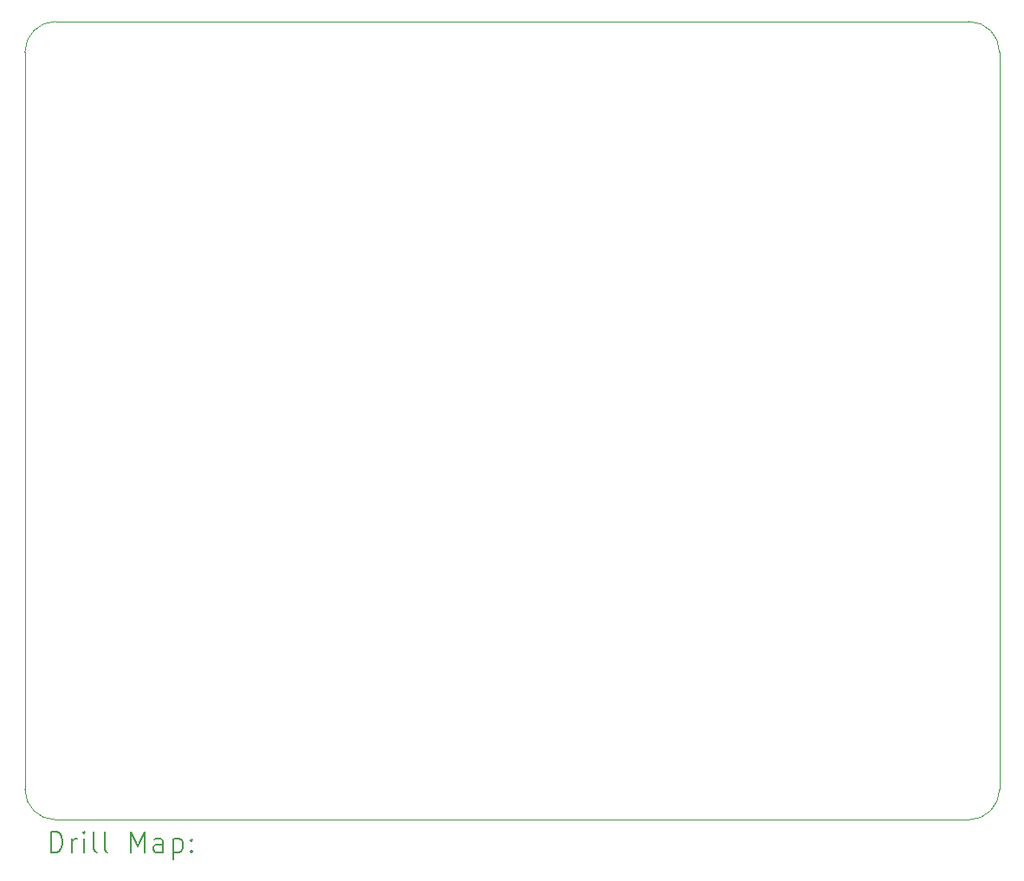
<source format=gbr>
%TF.GenerationSoftware,KiCad,Pcbnew,7.0.8*%
%TF.CreationDate,2023-12-13T08:54:31+01:00*%
%TF.ProjectId,MicroPython_DemoBoard,4d696372-6f50-4797-9468-6f6e5f44656d,rev?*%
%TF.SameCoordinates,Original*%
%TF.FileFunction,Drillmap*%
%TF.FilePolarity,Positive*%
%FSLAX45Y45*%
G04 Gerber Fmt 4.5, Leading zero omitted, Abs format (unit mm)*
G04 Created by KiCad (PCBNEW 7.0.8) date 2023-12-13 08:54:31*
%MOMM*%
%LPD*%
G01*
G04 APERTURE LIST*
%ADD10C,0.100000*%
%ADD11C,0.200000*%
G04 APERTURE END LIST*
D10*
X17018000Y-7793000D02*
X17018000Y-15003500D01*
X16718000Y-15303500D02*
X7793000Y-15303500D01*
X17018000Y-7793000D02*
G75*
G03*
X16718000Y-7493000I-300000J0D01*
G01*
X7493000Y-15003500D02*
G75*
G03*
X7793000Y-15303500I300000J0D01*
G01*
X16718000Y-15303500D02*
G75*
G03*
X17018000Y-15003500I0J300000D01*
G01*
X7793000Y-7493000D02*
G75*
G03*
X7493000Y-7793000I0J-300000D01*
G01*
X7793000Y-7493000D02*
X16718000Y-7493000D01*
X7493000Y-15003500D02*
X7493000Y-7793000D01*
D11*
X7748777Y-15619984D02*
X7748777Y-15419984D01*
X7748777Y-15419984D02*
X7796396Y-15419984D01*
X7796396Y-15419984D02*
X7824967Y-15429508D01*
X7824967Y-15429508D02*
X7844015Y-15448555D01*
X7844015Y-15448555D02*
X7853539Y-15467603D01*
X7853539Y-15467603D02*
X7863062Y-15505698D01*
X7863062Y-15505698D02*
X7863062Y-15534269D01*
X7863062Y-15534269D02*
X7853539Y-15572365D01*
X7853539Y-15572365D02*
X7844015Y-15591412D01*
X7844015Y-15591412D02*
X7824967Y-15610460D01*
X7824967Y-15610460D02*
X7796396Y-15619984D01*
X7796396Y-15619984D02*
X7748777Y-15619984D01*
X7948777Y-15619984D02*
X7948777Y-15486650D01*
X7948777Y-15524746D02*
X7958301Y-15505698D01*
X7958301Y-15505698D02*
X7967824Y-15496174D01*
X7967824Y-15496174D02*
X7986872Y-15486650D01*
X7986872Y-15486650D02*
X8005920Y-15486650D01*
X8072586Y-15619984D02*
X8072586Y-15486650D01*
X8072586Y-15419984D02*
X8063062Y-15429508D01*
X8063062Y-15429508D02*
X8072586Y-15439031D01*
X8072586Y-15439031D02*
X8082110Y-15429508D01*
X8082110Y-15429508D02*
X8072586Y-15419984D01*
X8072586Y-15419984D02*
X8072586Y-15439031D01*
X8196396Y-15619984D02*
X8177348Y-15610460D01*
X8177348Y-15610460D02*
X8167824Y-15591412D01*
X8167824Y-15591412D02*
X8167824Y-15419984D01*
X8301158Y-15619984D02*
X8282110Y-15610460D01*
X8282110Y-15610460D02*
X8272586Y-15591412D01*
X8272586Y-15591412D02*
X8272586Y-15419984D01*
X8529729Y-15619984D02*
X8529729Y-15419984D01*
X8529729Y-15419984D02*
X8596396Y-15562841D01*
X8596396Y-15562841D02*
X8663063Y-15419984D01*
X8663063Y-15419984D02*
X8663063Y-15619984D01*
X8844015Y-15619984D02*
X8844015Y-15515222D01*
X8844015Y-15515222D02*
X8834491Y-15496174D01*
X8834491Y-15496174D02*
X8815444Y-15486650D01*
X8815444Y-15486650D02*
X8777348Y-15486650D01*
X8777348Y-15486650D02*
X8758301Y-15496174D01*
X8844015Y-15610460D02*
X8824967Y-15619984D01*
X8824967Y-15619984D02*
X8777348Y-15619984D01*
X8777348Y-15619984D02*
X8758301Y-15610460D01*
X8758301Y-15610460D02*
X8748777Y-15591412D01*
X8748777Y-15591412D02*
X8748777Y-15572365D01*
X8748777Y-15572365D02*
X8758301Y-15553317D01*
X8758301Y-15553317D02*
X8777348Y-15543793D01*
X8777348Y-15543793D02*
X8824967Y-15543793D01*
X8824967Y-15543793D02*
X8844015Y-15534269D01*
X8939253Y-15486650D02*
X8939253Y-15686650D01*
X8939253Y-15496174D02*
X8958301Y-15486650D01*
X8958301Y-15486650D02*
X8996396Y-15486650D01*
X8996396Y-15486650D02*
X9015444Y-15496174D01*
X9015444Y-15496174D02*
X9024967Y-15505698D01*
X9024967Y-15505698D02*
X9034491Y-15524746D01*
X9034491Y-15524746D02*
X9034491Y-15581888D01*
X9034491Y-15581888D02*
X9024967Y-15600936D01*
X9024967Y-15600936D02*
X9015444Y-15610460D01*
X9015444Y-15610460D02*
X8996396Y-15619984D01*
X8996396Y-15619984D02*
X8958301Y-15619984D01*
X8958301Y-15619984D02*
X8939253Y-15610460D01*
X9120205Y-15600936D02*
X9129729Y-15610460D01*
X9129729Y-15610460D02*
X9120205Y-15619984D01*
X9120205Y-15619984D02*
X9110682Y-15610460D01*
X9110682Y-15610460D02*
X9120205Y-15600936D01*
X9120205Y-15600936D02*
X9120205Y-15619984D01*
X9120205Y-15496174D02*
X9129729Y-15505698D01*
X9129729Y-15505698D02*
X9120205Y-15515222D01*
X9120205Y-15515222D02*
X9110682Y-15505698D01*
X9110682Y-15505698D02*
X9120205Y-15496174D01*
X9120205Y-15496174D02*
X9120205Y-15515222D01*
M02*

</source>
